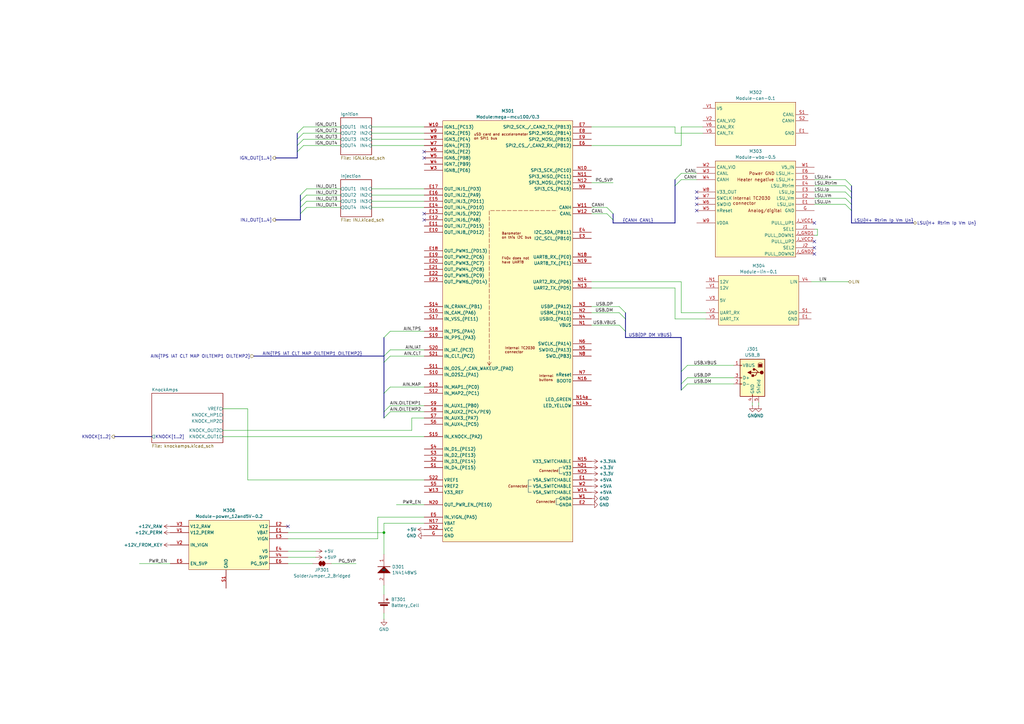
<source format=kicad_sch>
(kicad_sch (version 20231120) (generator "eeschema") (generator_version "8.0")
  (paper "A3")
  (lib_symbols
    (symbol "Device:Battery_Cell" (pin_numbers hide) (pin_names (offset 0) hide)
      (property "Reference" "BT" (at 2.54 2.54 0))
      (property "Value" "Battery_Cell" (at 2.54 0 0))
      (symbol "Battery_Cell_0_1"
        (rectangle (start -2.286 1.778) (end 2.286 1.524) (fill (type outline)))
        (rectangle (start -1.524 1.016) (end 1.524 0.508) (fill (type outline)))
        (polyline (pts (xy 0 0.762) (xy 0 0)))
        (polyline (pts (xy 0 1.778) (xy 0 2.54)))
        (polyline (pts (xy 0.762 3.048) (xy 1.778 3.048)) (stroke (width 0.254)))
        (polyline (pts (xy 1.27 3.556) (xy 1.27 2.54)) (stroke (width 0.254)))
      )
      (symbol "Battery_Cell_1_1"
        (pin passive line (at 0 5.08 270) (length 2.54) (name "+") (number "1"))
        (pin passive line (at 0 -2.54 90) (length 2.54) (name "-") (number "2"))
      )
    )
    (symbol "Jumper:SolderJumper_2_Bridged" (pin_numbers hide) (pin_names (offset 0) hide) (exclude_from_sim yes) (in_bom no)
      (property "Reference" "JP" (at 0 2.032 0))
      (property "Value" "SolderJumper_2_Bridged" (at 0 -2.54 0))
      (symbol "SolderJumper_2_Bridged_0_1"
        (rectangle (start -0.508 0.508) (end 0.508 -0.508) (fill (type outline)))
        (arc (start -0.254 1.016) (mid -1.2656 0) (end -0.254 -1.016))
        (arc (start -0.254 1.016) (mid -1.2656 0) (end -0.254 -1.016) (fill (type outline)))
        (polyline (pts (xy -0.254 1.016) (xy -0.254 -1.016)))
        (polyline (pts (xy 0.254 1.016) (xy 0.254 -1.016)))
        (arc (start 0.254 -1.016) (mid 1.2656 0) (end 0.254 1.016))
        (arc (start 0.254 -1.016) (mid 1.2656 0) (end 0.254 1.016) (fill (type outline)))
      )
      (symbol "SolderJumper_2_Bridged_1_1"
        (pin passive line (at -3.81 0 0) (length 2.54) (name "A") (number "1"))
        (pin passive line (at 3.81 0 180) (length 2.54) (name "B") (number "2"))
      )
    )
    (symbol "hellen-one-can-0.1:Module-can-0.1"
      (property "Reference" "M" (at 0 0 0))
      (property "Value" "Module-can-0.1" (at 0 0 0))
      (symbol "Module-can-0.1_1_0"
        (rectangle (start 33.02 0) (end 0 -17.78) (fill (type background)))
        (pin passive line (at 38.1 -12.7 180) (length 5.08) (name "GND") (number "E1"))
        (pin passive line (at 38.1 -5.08 180) (length 5.08) (name "CANL") (number "S1"))
        (pin passive line (at 38.1 -7.62 180) (length 5.08) (name "CANH") (number "S2"))
        (pin passive line (at -5.08 -2.54 0) (length 5.08) (name "V5") (number "V1"))
        (pin passive line (at -5.08 -7.62 0) (length 5.08) (name "CAN_VIO") (number "V2"))
        (pin passive line (at -5.08 -12.7 0) (length 5.08) (name "CAN_TX") (number "V5"))
        (pin passive line (at -5.08 -10.16 0) (length 5.08) (name "CAN_RX") (number "V6"))
      )
    )
    (symbol "hellen-one-common:+12V_PERM" (power) (pin_names (offset 0))
      (property "Value" "+12V_PERM" (at 0 3.556 0))
      (symbol "+12V_PERM_0_1"
        (polyline (pts (xy -0.762 1.27) (xy 0 2.54)))
        (polyline (pts (xy 0 0) (xy 0 2.54)))
        (polyline (pts (xy 0 2.54) (xy 0.762 1.27)))
      )
      (symbol "+12V_PERM_1_1"
        (pin power_in line (at 0 0 90) (length 0) hide (name "+12V_PERM") (number "1"))
      )
    )
    (symbol "hellen-one-common:+12V_RAW" (power) (pin_names (offset 0))
      (property "Value" "+12V_RAW" (at 0 3.556 0))
      (symbol "+12V_RAW_0_1"
        (polyline (pts (xy -0.762 1.27) (xy 0 2.54)))
        (polyline (pts (xy 0 0) (xy 0 2.54)))
        (polyline (pts (xy 0 2.54) (xy 0.762 1.27)))
      )
      (symbol "+12V_RAW_1_1"
        (pin power_in line (at 0 0 90) (length 0) hide (name "+12V_RAW") (number "1"))
      )
    )
    (symbol "hellen-one-common:1N4148WS"
      (property "Reference" "D" (at 0 2.54 0))
      (property "Value" "1N4148WS" (at 0 -3.81 0))
      (symbol "1N4148WS_1_0"
        (polyline (pts (xy 2.54 2.54) (xy 2.54 -2.54)) (stroke (width 0.254)))
        (polyline (pts (xy 0 -2.54) (xy 2.54 0) (xy 0 2.54) (xy 0 -2.54)) (stroke (width 0.254)) (fill (type outline)))
        (pin passive line (at 7.62 0 180) (length 5.08) (name "K") (number "1"))
        (pin passive line (at -5.08 0 0) (length 5.08) (name "A") (number "2"))
      )
    )
    (symbol "hellen-one-lin-0.1:Module-lin-0.1"
      (property "Reference" "M" (at 0 0 0))
      (property "Value" "Module-lin-0.1" (at 0 0 0))
      (symbol "Module-lin-0.1_1_0"
        (rectangle (start 33.02 0) (end 0 -20.32) (fill (type background)))
        (pin passive line (at 38.1 -17.78 180) (length 5.08) (name "GND") (number "E1"))
        (pin passive line (at -5.08 -2.54 0) (length 5.08) (name "12V") (number "N1"))
        (pin passive line (at 38.1 -15.24 180) (length 5.08) (name "GND") (number "S1"))
        (pin passive line (at -5.08 -5.08 0) (length 5.08) (name "12V") (number "V1"))
        (pin passive line (at -5.08 -15.24 0) (length 5.08) (name "UART_RX") (number "V2"))
        (pin passive line (at -5.08 -10.16 0) (length 5.08) (name "5V") (number "V3"))
        (pin passive line (at 38.1 -2.54 180) (length 5.08) (name "LIN") (number "V4"))
        (pin passive line (at -5.08 -17.78 0) (length 5.08) (name "UART_TX") (number "V5"))
      )
    )
    (symbol "hellen-one-mega-mcu100-0.3:Module{colon}mega-mcu100/0.3"
      (property "Reference" "M100" (at 7.62 2.54 0))
      (property "Value" "Module:mega-mcu100/0.3" (at 7.62 -172.72 0))
      (symbol "Module{colon}mega-mcu100/0.3_1_0"
        (polyline (pts (xy 26.67 -97.79) (xy 25.908 -96.52)))
        (polyline (pts (xy 26.67 -97.79) (xy 27.432 -96.52)))
        (polyline (pts (xy 26.67 -97.79) (xy 26.67 -34.29) (xy 54.61 -34.29)) (stroke (width 0) (type dash)))
        (polyline (pts (xy 42.672 -147.32) (xy 43.942 -147.32) (xy 43.942 -147.32) (xy 43.942 -147.32)) (stroke (width 0) (color 7 55 99 1)))
        (polyline (pts (xy 43.942 -144.78) (xy 42.672 -144.78) (xy 42.672 -149.86) (xy 43.942 -149.86)) (stroke (width 0) (color 7 55 99 1)))
        (polyline (pts (xy 55.372 -152.4) (xy 54.102 -152.4) (xy 54.102 -154.94) (xy 55.372 -154.94)) (stroke (width 0) (color 7 55 99 1)))
        (polyline (pts (xy 56.642 -139.7) (xy 55.372 -139.7) (xy 55.372 -142.24) (xy 56.642 -142.24)) (stroke (width 0) (color 7 55 99 1)))
        (rectangle (start 7.62 2.54) (end 60.96 -170.18) (fill (type background)))
        (text "Barometer\non this I2C bus" (at 31.75 -44.45 0) (effects (font (size 1.016 1.016)) (justify left)))
        (text "Connected" (at 34.29 -147.32 0) (effects (font (size 1.016 1.016) (italic yes)) (justify left)))
        (text "Connected" (at 45.72 -153.67 0) (effects (font (size 1.016 1.016) (italic yes)) (justify left)))
        (text "Connected" (at 46.99 -140.97 0) (effects (font (size 1.016 1.016) (italic yes)) (justify left)))
        (text "F40x does not\nhave UART8" (at 31.75 -54.61 0) (effects (font (size 1.016 1.016)) (justify left)))
        (text "Internal\nbuttons" (at 46.99 -102.87 0) (effects (font (size 1.016 1.016)) (justify left)))
        (text "Internal TC2030\nconnector" (at 33.02 -91.44 0) (effects (font (size 1.016 1.016)) (justify left)))
        (text "uSD card and accelerometer \non SPI1 bus" (at 20.32 -3.81 0) (effects (font (size 1.016 1.016)) (justify left)))
        (pin passive line (at 68.58 -144.78 180) (length 7.62) (name "V5A_SWITCHABLE") (number "E1"))
        (pin passive line (at 0 -43.18 0) (length 7.62) (name "OUT_INJ8_(PD12)") (number "E10"))
        (pin passive line (at 0 -40.64 0) (length 7.62) (name "OUT_INJ7_(PD15)") (number "E11"))
        (pin passive line (at 0 -38.1 0) (length 7.62) (name "OUT_INJ6_(PA8)") (number "E12"))
        (pin passive line (at 0 -35.56 0) (length 7.62) (name "OUT_INJ5_(PD2)") (number "E13"))
        (pin passive line (at 0 -33.02 0) (length 7.62) (name "OUT_INJ4_(PD10)") (number "E14"))
        (pin passive line (at 0 -30.48 0) (length 7.62) (name "OUT_INJ3_(PD11)") (number "E15"))
        (pin passive line (at 0 -27.94 0) (length 7.62) (name "OUT_INJ2_(PA9)") (number "E16"))
        (pin passive line (at 0 -25.4 0) (length 7.62) (name "OUT_INJ1_(PD3)") (number "E17"))
        (pin passive line (at 0 -50.8 0) (length 7.62) (name "OUT_PWM1_(PD13)") (number "E18"))
        (pin passive line (at 0 -53.34 0) (length 7.62) (name "OUT_PWM2_(PC6)") (number "E19"))
        (pin passive line (at 68.58 -154.94 180) (length 7.62) (name "GNDA") (number "E2"))
        (pin passive line (at 0 -55.88 0) (length 7.62) (name "OUT_PWM3_(PC7)") (number "E20"))
        (pin passive line (at 0 -58.42 0) (length 7.62) (name "OUT_PWM4_(PC8)") (number "E21"))
        (pin passive line (at 0 -60.96 0) (length 7.62) (name "OUT_PWM5_(PC9)") (number "E22"))
        (pin passive line (at 0 -63.5 0) (length 7.62) (name "OUT_PWM6_(PD14)") (number "E23"))
        (pin passive line (at 68.58 -45.72 180) (length 7.62) (name "I2C_SCL_(PB10)") (number "E3"))
        (pin passive line (at 68.58 -43.18 180) (length 7.62) (name "I2C_SDA_(PB11)") (number "E4"))
        (pin passive line (at 0 -160.02 0) (length 7.62) (name "IN_VIGN_(PA5)") (number "E5"))
        (pin passive line (at 68.58 -7.62 180) (length 7.62) (name "SPI2_CS_/_CAN2_RX_(PB12)") (number "E6"))
        (pin passive line (at 68.58 0 180) (length 7.62) (name "SPI2_SCK_/_CAN2_TX_(PB13)") (number "E7"))
        (pin passive line (at 68.58 -2.54 180) (length 7.62) (name "SPI2_MISO_(PB14)") (number "E8"))
        (pin passive line (at 68.58 -5.08 180) (length 7.62) (name "SPI2_MOSI_(PB15)") (number "E9"))
        (pin passive line (at 0 -167.64 0) (length 7.62) (name "GND") (number "G"))
        (pin passive line (at 68.58 -81.28 180) (length 7.62) (name "VBUS") (number "N1"))
        (pin passive line (at 68.58 -17.78 180) (length 7.62) (name "SPI3_SCK_(PC10)") (number "N10"))
        (pin passive line (at 68.58 -20.32 180) (length 7.62) (name "SPI3_MISO_(PC11)") (number "N11"))
        (pin passive line (at 68.58 -22.86 180) (length 7.62) (name "SPI3_MOSI_(PC12)") (number "N12"))
        (pin passive line (at 68.58 -66.04 180) (length 7.62) (name "UART2_TX_(PD5)") (number "N13"))
        (pin passive line (at 68.58 -63.5 180) (length 7.62) (name "UART2_RX_(PD6)") (number "N14"))
        (pin passive line (at 68.58 -111.76 180) (length 7.62) (name "LED_GREEN") (number "N14a"))
        (pin passive line (at 68.58 -114.3 180) (length 7.62) (name "LED_YELLOW") (number "N14b"))
        (pin passive line (at 68.58 -137.16 180) (length 7.62) (name "V33_SWITCHABLE") (number "N15"))
        (pin passive line (at 68.58 -104.14 180) (length 7.62) (name "BOOT0") (number "N16"))
        (pin passive line (at 0 -162.56 0) (length 7.62) (name "VBAT") (number "N17"))
        (pin passive line (at 68.58 -53.34 180) (length 7.62) (name "UART8_RX_(PE0)") (number "N18"))
        (pin passive line (at 68.58 -55.88 180) (length 7.62) (name "UART8_TX_(PE1)") (number "N19"))
        (pin passive line (at 68.58 -76.2 180) (length 7.62) (name "USBM_(PA11)") (number "N2"))
        (pin passive line (at 0 -154.94 0) (length 7.62) (name "OUT_PWR_EN_(PE10)") (number "N20"))
        (pin passive line (at 68.58 -139.7 180) (length 7.62) (name "V33") (number "N21"))
        (pin passive line (at 0 -165.1 0) (length 7.62) (name "VCC") (number "N22"))
        (pin passive line (at 68.58 -142.24 180) (length 7.62) (name "V33") (number "N23"))
        (pin passive line (at 68.58 -73.66 180) (length 7.62) (name "USBP_(PA12)") (number "N3"))
        (pin passive line (at 68.58 -78.74 180) (length 7.62) (name "USBID_(PA10)") (number "N4"))
        (pin passive line (at 68.58 -91.44 180) (length 7.62) (name "SWDIO_(PA13)") (number "N5"))
        (pin passive line (at 68.58 -88.9 180) (length 7.62) (name "SWCLK_(PA14)") (number "N6"))
        (pin passive line (at 68.58 -101.6 180) (length 7.62) (name "nReset") (number "N7"))
        (pin passive line (at 68.58 -93.98 180) (length 7.62) (name "SWO_(PB3)") (number "N8"))
        (pin passive line (at 68.58 -25.4 180) (length 7.62) (name "SPI3_CS_(PA15)") (number "N9"))
        (pin passive line (at 0 -139.7 0) (length 7.62) (name "IN_D4_(PE15)") (number "S1"))
        (pin passive line (at 0 -101.6 0) (length 7.62) (name "IN_O2S2_(PA1)") (number "S10"))
        (pin passive line (at 0 -99.06 0) (length 7.62) (name "IN_O2S_/_CAN_WAKEUP_(PA0)") (number "S11"))
        (pin passive line (at 0 -109.22 0) (length 7.62) (name "IN_MAP2_(PC1)") (number "S12"))
        (pin passive line (at 0 -106.68 0) (length 7.62) (name "IN_MAP1_(PC0)") (number "S13"))
        (pin passive line (at 0 -73.66 0) (length 7.62) (name "IN_CRANK_(PB1)") (number "S14"))
        (pin passive line (at 0 -127 0) (length 7.62) (name "IN_KNOCK_(PA2)") (number "S15"))
        (pin passive line (at 0 -76.2 0) (length 7.62) (name "IN_CAM_(PA6)") (number "S16"))
        (pin passive line (at 0 -78.74 0) (length 7.62) (name "IN_VSS_(PE11)") (number "S17"))
        (pin passive line (at 0 -83.82 0) (length 7.62) (name "IN_TPS_(PA4)") (number "S18"))
        (pin passive line (at 0 -86.36 0) (length 7.62) (name "IN_PPS_(PA3)") (number "S19"))
        (pin passive line (at 0 -137.16 0) (length 7.62) (name "IN_D3_(PE14)") (number "S2"))
        (pin passive line (at 0 -91.44 0) (length 7.62) (name "IN_IAT_(PC3)") (number "S20"))
        (pin passive line (at 0 -93.98 0) (length 7.62) (name "IN_CLT_(PC2)") (number "S21"))
        (pin passive line (at 0 -144.78 0) (length 7.62) (name "VREF1") (number "S22"))
        (pin passive line (at 0 -134.62 0) (length 7.62) (name "IN_D2_(PE13)") (number "S3"))
        (pin passive line (at 0 -132.08 0) (length 7.62) (name "IN_D1_(PE12)") (number "S4"))
        (pin passive line (at 0 -147.32 0) (length 7.62) (name "VREF2") (number "S5"))
        (pin passive line (at 0 -121.92 0) (length 7.62) (name "IN_AUX4_(PC5)") (number "S6"))
        (pin passive line (at 0 -119.38 0) (length 7.62) (name "IN_AUX3_(PA7)") (number "S7"))
        (pin passive line (at 0 -116.84 0) (length 7.62) (name "IN_AUX2_(PC4/PE9)") (number "S8"))
        (pin passive line (at 0 -114.3 0) (length 7.62) (name "IN_AUX1_(PB0)") (number "S9"))
        (pin passive line (at 68.58 -152.4 180) (length 7.62) (name "GNDA") (number "W1"))
        (pin passive line (at 0 0 0) (length 7.62) (name "IGN1_(PC13)") (number "W10"))
        (pin passive line (at 68.58 -33.02 180) (length 7.62) (name "CANH") (number "W11"))
        (pin passive line (at 68.58 -35.56 180) (length 7.62) (name "CANL") (number "W12"))
        (pin passive line (at 0 -149.86 0) (length 7.62) (name "V33_REF") (number "W13"))
        (pin passive line (at 68.58 -149.86 180) (length 7.62) (name "V5A_SWITCHABLE") (number "W14"))
        (pin passive line (at 68.58 -147.32 180) (length 7.62) (name "V5A_SWITCHABLE") (number "W2"))
        (pin passive line (at 0 -17.78 0) (length 7.62) (name "IGN8_(PE6)") (number "W3"))
        (pin passive line (at 0 -15.24 0) (length 7.62) (name "IGN7_(PB9)") (number "W4"))
        (pin passive line (at 0 -12.7 0) (length 7.62) (name "IGN6_(PB8)") (number "W5"))
        (pin passive line (at 0 -10.16 0) (length 7.62) (name "IGN5_(PE2)") (number "W6"))
        (pin passive line (at 0 -7.62 0) (length 7.62) (name "IGN4_(PE3)") (number "W7"))
        (pin passive line (at 0 -5.08 0) (length 7.62) (name "IGN3_(PE4)") (number "W8"))
        (pin passive line (at 0 -2.54 0) (length 7.62) (name "IGN2_(PE5)") (number "W9"))
      )
    )
    (symbol "hellen-one-power_12and5V:Module-power_12and5V-0.2"
      (property "Reference" "M" (at 1.27 1.27 0))
      (property "Value" "Module-power_12and5V-0.2" (at -1.27 3.81 0))
      (symbol "Module-power_12and5V-0.2_1_0"
        (rectangle (start 33.02 0) (end 0 -20.32) (fill (type background)))
        (pin passive line (at 40.64 -5.08 180) (length 7.62) (name "VBAT") (number "E1"))
        (pin passive line (at 40.64 -2.54 180) (length 7.62) (name "V12") (number "E2"))
        (pin passive line (at 40.64 -7.62 180) (length 7.62) (name "VIGN") (number "E3"))
        (pin passive line (at 40.64 -12.7 180) (length 7.62) (name "V5") (number "E4"))
        (pin passive line (at -7.62 -17.78 0) (length 7.62) (name "EN_5VP") (number "E5"))
        (pin passive line (at 40.64 -17.78 180) (length 7.62) (name "PG_5VP") (number "E6"))
        (pin passive line (at 15.24 -27.94 90) (length 7.62) (name "GND") (number "S1"))
        (pin passive line (at -7.62 -5.08 0) (length 7.62) (name "V12_PERM") (number "V1"))
        (pin passive line (at -7.62 -10.16 0) (length 7.62) (name "IN_VIGN") (number "V2"))
        (pin passive line (at -7.62 -2.54 0) (length 7.62) (name "V12_RAW") (number "V3"))
        (pin passive line (at 40.64 -15.24 180) (length 7.62) (name "5VP") (number "V4"))
      )
    )
    (symbol "hellen-one-wbo-0.5:Module-wbo-0.5"
      (property "Reference" "M" (at 1.27 1.27 0))
      (property "Value" "Module-wbo-0.5" (at 8.89 -40.64 0))
      (symbol "Module-wbo-0.5_0_0"
        (text "Analog/digital" (at 20.32 -20.32 0) (effects (font (size 1.27 1.27))))
        (text "Heater negative" (at 16.51 -7.62 0) (effects (font (size 1.27 1.27))))
        (text "Power GND" (at 19.05 -5.08 0) (effects (font (size 1.27 1.27))))
      )
      (symbol "Module-wbo-0.5_1_0"
        (rectangle (start 0 0) (end 33.02 -39.37) (fill (type background)))
        (text "Internal TC2030\nconnector" (at 7.1222 -16.2666 0) (effects (font (size 1.27 1.27)) (justify left)))
        (pin passive line (at 40.64 -17.78 180) (length 7.62) (name "LSU_Un") (number "E1"))
        (pin passive line (at 40.64 -15.24 180) (length 7.62) (name "LSU_Vm") (number "E2"))
        (pin passive line (at 40.64 -12.7 180) (length 7.62) (name "LSU_Ip") (number "E3"))
        (pin passive line (at 40.64 -10.16 180) (length 7.62) (name "LSU_Rtrim") (number "E4"))
        (pin passive line (at 40.64 -7.62 180) (length 7.62) (name "LSU_H+") (number "E5"))
        (pin passive line (at 40.64 -5.08 180) (length 7.62) (name "LSU_H-") (number "E6"))
        (pin passive line (at 40.64 -20.32 180) (length 7.62) (name "GND") (number "G"))
        (pin passive line (at 40.64 -27.94 180) (length 7.62) (name "SEL1") (number "J1"))
        (pin passive line (at 40.64 -35.56 180) (length 7.62) (name "SEL2") (number "J2"))
        (pin passive line (at 40.64 -30.48 180) (length 7.62) (name "PULL_DOWN1") (number "J_GND1"))
        (pin passive line (at 40.64 -38.1 180) (length 7.62) (name "PULL_DOWN2") (number "J_GND2"))
        (pin passive line (at 40.64 -25.4 180) (length 7.62) (name "PULL_UP1") (number "J_VCC1"))
        (pin passive line (at 40.64 -33.02 180) (length 7.62) (name "PULL_UP2") (number "J_VCC2"))
        (pin passive line (at 40.64 -2.54 180) (length 7.62) (name "V5_IN") (number "W1"))
        (pin passive line (at -7.62 -2.54 0) (length 7.62) (name "CAN_VIO") (number "W2"))
        (pin passive line (at -7.62 -5.08 0) (length 7.62) (name "CANL") (number "W3"))
        (pin passive line (at -7.62 -7.62 0) (length 7.62) (name "CANH") (number "W4"))
        (pin passive line (at -7.62 -20.32 0) (length 7.62) (name "nReset") (number "W5"))
        (pin passive line (at -7.62 -17.78 0) (length 7.62) (name "SWDIO") (number "W6"))
        (pin passive line (at -7.62 -15.24 0) (length 7.62) (name "SWCLK") (number "W7"))
        (pin passive line (at -7.62 -12.7 0) (length 7.62) (name "V33_OUT") (number "W8"))
        (pin passive line (at -7.62 -25.4 0) (length 7.62) (name "VDDA") (number "W9"))
      )
    )
    (symbol "misc:+12V_FROM_KEY" (power) (pin_names (offset 0))
      (property "Value" "+12V_FROM_KEY" (at 0 3.556 0))
      (symbol "+12V_FROM_KEY_0_1"
        (polyline (pts (xy -0.762 1.27) (xy 0 2.54)))
        (polyline (pts (xy 0 0) (xy 0 2.54)))
        (polyline (pts (xy 0 2.54) (xy 0.762 1.27)))
      )
      (symbol "+12V_FROM_KEY_1_1"
        (pin power_in line (at 0 0 90) (length 0) hide (name "+12V_FROM_KEY") (number "1"))
      )
    )
    (symbol "misc:USB_B" (pin_names (offset 1.016))
      (property "Reference" "J" (at -5.08 11.43 0))
      (property "Value" "USB_B" (at -5.08 8.89 0))
      (symbol "USB_B_0_1"
        (rectangle (start -5.08 -7.62) (end 5.08 7.62) (stroke (width 0.254)) (fill (type background)))
        (circle (center -3.81 2.159) (radius 0.635) (stroke (width 0.254)) (fill (type outline)))
        (rectangle (start -3.81 5.588) (end -2.54 4.572) (fill (type outline)))
        (circle (center -0.635 3.429) (radius 0.381) (stroke (width 0.254)) (fill (type outline)))
        (rectangle (start -0.127 -7.62) (end 0.127 -6.858))
        (polyline (pts (xy -1.905 2.159) (xy 0.635 2.159)) (stroke (width 0.254)))
        (polyline (pts (xy -3.175 2.159) (xy -2.54 2.159) (xy -1.27 3.429) (xy -0.635 3.429)) (stroke (width 0.254)))
        (polyline (pts (xy -2.54 2.159) (xy -1.905 2.159) (xy -1.27 0.889) (xy 0 0.889)) (stroke (width 0.254)))
        (polyline (pts (xy 0.635 2.794) (xy 0.635 1.524) (xy 1.905 2.159) (xy 0.635 2.794)) (stroke (width 0.254)) (fill (type outline)))
        (polyline (pts (xy -4.064 4.318) (xy -2.286 4.318) (xy -2.286 5.715) (xy -2.667 6.096) (xy -3.683 6.096) (xy -4.064 5.715) (xy -4.064 4.318)))
        (rectangle (start 0.254 1.27) (end -0.508 0.508) (stroke (width 0.254)) (fill (type outline)))
        (rectangle (start 5.08 -2.667) (end 4.318 -2.413))
        (rectangle (start 5.08 -0.127) (end 4.318 0.127))
        (rectangle (start 5.08 4.953) (end 4.318 5.207))
      )
      (symbol "USB_B_1_1"
        (pin power_out line (at 7.62 5.08 180) (length 2.54) (name "VBUS") (number "1"))
        (pin bidirectional line (at 7.62 -2.54 180) (length 2.54) (name "D-") (number "2"))
        (pin bidirectional line (at 7.62 0 180) (length 2.54) (name "D+") (number "3"))
        (pin power_out line (at 0 -10.16 90) (length 2.54) (name "GND") (number "4"))
        (pin passive line (at -2.54 -10.16 90) (length 2.54) (name "Shield") (number "5"))
      )
    )
    (symbol "power:+3.3V" (power) (pin_numbers hide) (pin_names (offset 0) hide)
      (property "Value" "+3.3V" (at 0 3.556 0))
      (symbol "+3.3V_0_1"
        (polyline (pts (xy -0.762 1.27) (xy 0 2.54)))
        (polyline (pts (xy 0 0) (xy 0 2.54)))
        (polyline (pts (xy 0 2.54) (xy 0.762 1.27)))
      )
      (symbol "+3.3V_1_1"
        (pin power_in line (at 0 0 90) (length 0) (name "~") (number "1"))
      )
    )
    (symbol "power:+3.3VA" (power) (pin_numbers hide) (pin_names (offset 0) hide)
      (property "Value" "+3.3VA" (at 0 3.556 0))
      (symbol "+3.3VA_0_1"
        (polyline (pts (xy -0.762 1.27) (xy 0 2.54)))
        (polyline (pts (xy 0 0) (xy 0 2.54)))
        (polyline (pts (xy 0 2.54) (xy 0.762 1.27)))
      )
      (symbol "+3.3VA_1_1"
        (pin power_in line (at 0 0 90) (length 0) (name "~") (number "1"))
      )
    )
    (symbol "power:+5V" (power) (pin_numbers hide) (pin_names (offset 0) hide)
      (property "Value" "+5V" (at 0 3.556 0))
      (symbol "+5V_0_1"
        (polyline (pts (xy -0.762 1.27) (xy 0 2.54)))
        (polyline (pts (xy 0 0) (xy 0 2.54)))
        (polyline (pts (xy 0 2.54) (xy 0.762 1.27)))
      )
      (symbol "+5V_1_1"
        (pin power_in line (at 0 0 90) (length 0) (name "~") (number "1"))
      )
    )
    (symbol "power:+5VA" (power) (pin_numbers hide) (pin_names (offset 0) hide)
      (property "Value" "+5VA" (at 0 3.556 0))
      (symbol "+5VA_0_1"
        (polyline (pts (xy -0.762 1.27) (xy 0 2.54)))
        (polyline (pts (xy 0 0) (xy 0 2.54)))
        (polyline (pts (xy 0 2.54) (xy 0.762 1.27)))
      )
      (symbol "+5VA_1_1"
        (pin power_in line (at 0 0 90) (length 0) (name "~") (number "1"))
      )
    )
    (symbol "power:+5VP" (power) (pin_numbers hide) (pin_names (offset 0) hide)
      (property "Value" "+5VP" (at 0 3.556 0))
      (symbol "+5VP_0_1"
        (polyline (pts (xy -0.762 1.27) (xy 0 2.54)))
        (polyline (pts (xy 0 0) (xy 0 2.54)))
        (polyline (pts (xy 0 2.54) (xy 0.762 1.27)))
      )
      (symbol "+5VP_1_1"
        (pin power_in line (at 0 0 90) (length 0) (name "~") (number "1"))
      )
    )
    (symbol "power:GND" (power) (pin_numbers hide) (pin_names (offset 0) hide)
      (property "Value" "GND" (at 0 -3.81 0))
      (symbol "GND_0_1"
        (polyline (pts (xy 0 0) (xy 0 -1.27) (xy 1.27 -1.27) (xy 0 -2.54) (xy -1.27 -1.27) (xy 0 -1.27)))
      )
      (symbol "GND_1_1"
        (pin power_in line (at 0 0 270) (length 0) (name "~") (number "1"))
      )
    )
  )
  (junction (at 157.48 218.44))
  (no_connect (at 173.99 90.17))
  (no_connect (at 173.99 87.63))
  (no_connect (at 173.99 64.77))
  (no_connect (at 334.01 99.06))
  (no_connect (at 285.75 78.74))
  (no_connect (at 334.01 91.44))
  (no_connect (at 285.75 86.36))
  (no_connect (at 334.01 101.6))
  (no_connect (at 285.75 81.28))
  (no_connect (at 118.11 215.9))
  (no_connect (at 285.75 83.82))
  (no_connect (at 173.99 62.23))
  (no_connect (at 334.01 104.14))
  (bus_entry (at 157.48 171.45) (size 2.54 -2.54))
  (bus_entry (at 254 125.73) (size 2.54 2.54))
  (bus_entry (at 157.48 161.29) (size 2.54 -2.54))
  (bus_entry (at 254 128.27) (size 2.54 2.54))
  (bus_entry (at 157.48 168.91) (size 2.54 -2.54))
  (bus_entry (at 124.46 54.61) (size -2.54 2.54))
  (bus_entry (at 124.46 52.07) (size -2.54 2.54))
  (bus_entry (at 279.4 73.66) (size -2.54 2.54))
  (bus_entry (at 157.48 138.43) (size 2.54 -2.54))
  (bus_entry (at 248.92 85.09) (size 2.54 2.54))
  (bus_entry (at 349.25 81.28) (size -2.54 -2.54))
  (bus_entry (at 157.48 148.59) (size 2.54 -2.54))
  (bus_entry (at 124.46 59.69) (size -2.54 2.54))
  (bus_entry (at 254 133.35) (size 2.54 2.54))
  (bus_entry (at 349.25 78.74) (size -2.54 -2.54))
  (bus_entry (at 125.73 82.55) (size -2.54 2.54))
  (bus_entry (at 349.25 86.36) (size -2.54 -2.54))
  (bus_entry (at 157.48 146.05) (size 2.54 -2.54))
  (bus_entry (at 125.73 85.09) (size -2.54 2.54))
  (bus_entry (at 124.46 57.15) (size -2.54 2.54))
  (bus_entry (at 125.73 80.01) (size -2.54 2.54))
  (bus_entry (at 279.4 157.48) (size 2.54 -2.54))
  (bus_entry (at 279.4 152.4) (size 2.54 -2.54))
  (bus_entry (at 279.4 160.02) (size 2.54 -2.54))
  (bus_entry (at 279.4 71.12) (size -2.54 2.54))
  (bus_entry (at 349.25 83.82) (size -2.54 -2.54))
  (bus_entry (at 349.25 76.2) (size -2.54 -2.54))
  (bus_entry (at 248.92 87.63) (size 2.54 2.54))
  (bus_entry (at 125.73 77.47) (size -2.54 2.54))
  (wire (pts (xy 154.94 212.09) (xy 154.94 220.98)))
  (wire (pts (xy 152.4 77.47) (xy 173.99 77.47)))
  (wire (pts (xy 157.48 240.03) (xy 157.48 243.84)))
  (wire (pts (xy 157.48 218.44) (xy 157.48 214.63)))
  (wire (pts (xy 57.15 231.14) (xy 69.85 231.14)))
  (wire (pts (xy 334.01 76.2) (xy 346.71 76.2)))
  (bus (pts (xy 104.14 146.05) (xy 157.48 146.05)))
  (bus (pts (xy 157.48 161.29) (xy 157.48 168.91)))
  (bus (pts (xy 279.4 138.43) (xy 279.4 152.4)))
  (wire (pts (xy 346.71 73.66) (xy 334.01 73.66)))
  (wire (pts (xy 152.4 57.15) (xy 173.99 57.15)))
  (wire (pts (xy 160.02 143.51) (xy 173.99 143.51)))
  (wire (pts (xy 279.4 52.07) (xy 288.29 52.07)))
  (wire (pts (xy 152.4 80.01) (xy 173.99 80.01)))
  (bus (pts (xy 157.48 168.91) (xy 157.48 171.45)))
  (bus (pts (xy 349.25 78.74) (xy 349.25 81.28)))
  (wire (pts (xy 334.01 83.82) (xy 346.71 83.82)))
  (wire (pts (xy 276.86 54.61) (xy 288.29 54.61)))
  (wire (pts (xy 157.48 218.44) (xy 157.48 227.33)))
  (wire (pts (xy 118.11 228.6) (xy 129.54 228.6)))
  (wire (pts (xy 124.46 52.07) (xy 139.7 52.07)))
  (wire (pts (xy 152.4 82.55) (xy 173.99 82.55)))
  (wire (pts (xy 160.02 146.05) (xy 173.99 146.05)))
  (wire (pts (xy 152.4 59.69) (xy 173.99 59.69)))
  (wire (pts (xy 124.46 54.61) (xy 139.7 54.61)))
  (bus (pts (xy 279.4 152.4) (xy 279.4 157.48)))
  (bus (pts (xy 251.46 91.44) (xy 276.86 91.44)))
  (wire (pts (xy 91.44 176.53) (xy 168.91 176.53)))
  (bus (pts (xy 256.54 128.27) (xy 256.54 130.81)))
  (wire (pts (xy 125.73 77.47) (xy 139.7 77.47)))
  (bus (pts (xy 121.92 59.69) (xy 121.92 62.23)))
  (wire (pts (xy 242.57 115.57) (xy 279.4 115.57)))
  (wire (pts (xy 242.57 133.35) (xy 254 133.35)))
  (wire (pts (xy 242.57 52.07) (xy 276.86 52.07)))
  (wire (pts (xy 162.56 207.01) (xy 173.99 207.01)))
  (wire (pts (xy 168.91 171.45) (xy 168.91 176.53)))
  (bus (pts (xy 121.92 62.23) (xy 121.92 64.77)))
  (wire (pts (xy 308.61 166.37) (xy 308.61 165.1)))
  (wire (pts (xy 334.01 96.52) (xy 335.28 96.52)))
  (bus (pts (xy 279.4 157.48) (xy 279.4 160.02)))
  (wire (pts (xy 281.94 157.48) (xy 300.99 157.48)))
  (wire (pts (xy 157.48 214.63) (xy 173.99 214.63)))
  (wire (pts (xy 152.4 85.09) (xy 173.99 85.09)))
  (bus (pts (xy 256.54 135.89) (xy 256.54 138.43)))
  (wire (pts (xy 276.86 52.07) (xy 276.86 54.61)))
  (bus (pts (xy 276.86 73.66) (xy 276.86 76.2)))
  (bus (pts (xy 123.19 82.55) (xy 123.19 85.09)))
  (wire (pts (xy 118.11 220.98) (xy 154.94 220.98)))
  (wire (pts (xy 152.4 52.07) (xy 173.99 52.07)))
  (wire (pts (xy 242.57 125.73) (xy 254 125.73)))
  (bus (pts (xy 157.48 148.59) (xy 157.48 161.29)))
  (wire (pts (xy 332.74 115.57) (xy 347.98 115.57)))
  (wire (pts (xy 124.46 59.69) (xy 139.7 59.69)))
  (wire (pts (xy 242.57 74.93) (xy 251.46 74.93)))
  (wire (pts (xy 173.99 196.85) (xy 101.6 196.85)))
  (wire (pts (xy 152.4 54.61) (xy 173.99 54.61)))
  (bus (pts (xy 349.25 91.44) (xy 374.65 91.44)))
  (bus (pts (xy 113.03 64.77) (xy 121.92 64.77)))
  (wire (pts (xy 101.6 167.64) (xy 91.44 167.64)))
  (bus (pts (xy 256.54 138.43) (xy 279.4 138.43)))
  (wire (pts (xy 160.02 166.37) (xy 173.99 166.37)))
  (bus (pts (xy 123.19 85.09) (xy 123.19 87.63)))
  (wire (pts (xy 135.89 231.14) (xy 146.05 231.14)))
  (wire (pts (xy 334.01 81.28) (xy 346.71 81.28)))
  (wire (pts (xy 125.73 85.09) (xy 139.7 85.09)))
  (wire (pts (xy 276.86 118.11) (xy 242.57 118.11)))
  (wire (pts (xy 242.57 59.69) (xy 279.4 59.69)))
  (wire (pts (xy 118.11 226.06) (xy 129.54 226.06)))
  (wire (pts (xy 157.48 251.46) (xy 157.48 254)))
  (wire (pts (xy 125.73 82.55) (xy 139.7 82.55)))
  (bus (pts (xy 157.48 138.43) (xy 157.48 146.05)))
  (wire (pts (xy 276.86 130.81) (xy 276.86 118.11)))
  (wire (pts (xy 279.4 128.27) (xy 289.56 128.27)))
  (wire (pts (xy 91.44 179.07) (xy 173.99 179.07)))
  (wire (pts (xy 279.4 115.57) (xy 279.4 128.27)))
  (bus (pts (xy 121.92 57.15) (xy 121.92 59.69)))
  (wire (pts (xy 168.91 171.45) (xy 173.99 171.45)))
  (bus (pts (xy 251.46 90.17) (xy 251.46 91.44)))
  (bus (pts (xy 349.25 83.82) (xy 349.25 86.36)))
  (bus (pts (xy 349.25 76.2) (xy 349.25 78.74)))
  (bus (pts (xy 46.99 179.07) (xy 62.23 179.07)))
  (wire (pts (xy 242.57 87.63) (xy 248.92 87.63)))
  (wire (pts (xy 160.02 168.91) (xy 173.99 168.91)))
  (wire (pts (xy 281.94 154.94) (xy 300.99 154.94)))
  (wire (pts (xy 173.99 212.09) (xy 154.94 212.09)))
  (bus (pts (xy 157.48 146.05) (xy 157.48 148.59)))
  (wire (pts (xy 279.4 59.69) (xy 279.4 52.07)))
  (bus (pts (xy 256.54 130.81) (xy 256.54 135.89)))
  (bus (pts (xy 123.19 80.01) (xy 123.19 82.55)))
  (bus (pts (xy 251.46 87.63) (xy 251.46 90.17)))
  (wire (pts (xy 289.56 130.81) (xy 276.86 130.81)))
  (bus (pts (xy 349.25 81.28) (xy 349.25 83.82)))
  (bus (pts (xy 276.86 76.2) (xy 276.86 91.44)))
  (wire (pts (xy 285.75 71.12) (xy 279.4 71.12)))
  (wire (pts (xy 242.57 128.27) (xy 254 128.27)))
  (wire (pts (xy 101.6 196.85) (xy 101.6 167.64)))
  (wire (pts (xy 118.11 218.44) (xy 157.48 218.44)))
  (bus (pts (xy 121.92 54.61) (xy 121.92 57.15)))
  (wire (pts (xy 335.28 96.52) (xy 335.28 93.98)))
  (wire (pts (xy 160.02 135.89) (xy 173.99 135.89)))
  (bus (pts (xy 113.03 90.17) (xy 123.19 90.17)))
  (bus (pts (xy 349.25 86.36) (xy 349.25 91.44)))
  (wire (pts (xy 285.75 73.66) (xy 279.4 73.66)))
  (wire (pts (xy 311.15 166.37) (xy 311.15 165.1)))
  (wire (pts (xy 118.11 231.14) (xy 128.27 231.14)))
  (wire (pts (xy 125.73 80.01) (xy 139.7 80.01)))
  (wire (pts (xy 160.02 158.75) (xy 173.99 158.75)))
  (wire (pts (xy 334.01 93.98) (xy 335.28 93.98)))
  (bus (pts (xy 123.19 87.63) (xy 123.19 90.17)))
  (wire (pts (xy 242.57 85.09) (xy 248.92 85.09)))
  (wire (pts (xy 334.01 78.74) (xy 346.71 78.74)))
  (wire (pts (xy 124.46 57.15) (xy 139.7 57.15)))
  (wire (pts (xy 281.94 149.86) (xy 300.99 149.86)))
  (label "INJ_OUT2" (at 138.43 80.01 180))
  (label "INJ_OUT4" (at 138.43 85.09 180))
  (label "AIN.TPS" (at 172.72 135.89 180))
  (label "IGN_OUT1" (at 138.43 52.07 180))
  (label "IGN_OUT2" (at 138.43 54.61 180))
  (label "PWR_EN" (at 172.72 207.01 180))
  (label "LSU.Un" (at 334.01 83.82 0))
  (label "LIN" (at 339.09 115.57 180))
  (label "INJ_OUT1" (at 138.43 77.47 180))
  (label "PG_5VP" (at 146.05 231.14 180))
  (label "LSU.Ip" (at 334.01 78.74 0))
  (label "USB.DM" (at 251.46 128.27 180))
  (label "AIN.IAT" (at 172.72 143.51 180))
  (label "AIN.OILTEMP2" (at 172.72 168.91 180))
  (label "USB.VBUS" (at 252.73 133.35 180))
  (label "{CANH CANL}" (at 267.97 91.44 180))
  (label "IGN_OUT4" (at 138.43 59.69 180))
  (label "IGN_OUT3" (at 138.43 57.15 180))
  (label "USB{DP DM VBUS}" (at 275.59 138.43 180))
  (label "USB.DP" (at 251.46 125.73 180))
  (label "AIN.OILTEMP1" (at 172.72 166.37 180))
  (label "LSU{H+ Rtrim Ip Vm Un}" (at 374.65 91.44 180))
  (label "LSU.Vm" (at 334.01 81.28 0))
  (label "AIN.CLT" (at 172.72 146.05 180))
  (label "PG_5VP" (at 251.46 74.93 180))
  (label "LSU.H+" (at 334.01 73.66 0))
  (label "LSU.Rtrim" (at 334.01 76.2 0))
  (label "AIN{TPS IAT CLT MAP OILTEMP1 OILTEMP2}" (at 148.59 146.05 180))
  (label "PWR_EN" (at 68.58 231.14 180))
  (label "CANH" (at 242.57 85.09 0))
  (label "CANH" (at 285.75 73.66 180))
  (label "CANL" (at 242.57 87.63 0))
  (label "INJ_OUT3" (at 138.43 82.55 180))
  (label "CANL" (at 285.75 71.12 180))
  (label "USB.DP" (at 284.48 154.94 0))
  (label "USB.DM" (at 284.48 157.48 0))
  (label "AIN.MAP" (at 172.72 158.75 180))
  (label "USB.VBUS" (at 284.48 149.86 0))
  (hierarchical_label "KNOCK[1..2]" (shape output) (at 46.99 179.07 180))
  (hierarchical_label "LIN" (shape bidirectional) (at 347.98 115.57 0))
  (hierarchical_label "LSU{H+ Rtrim Ip Vm Un}" (shape bidirectional) (at 374.65 91.44 0))
  (hierarchical_label "AIN{TPS IAT CLT MAP OILTEMP1 OILTEMP2}" (shape input) (at 104.14 146.05 180))
  (hierarchical_label "IGN_OUT[1..4]" (shape output) (at 113.03 64.77 180))
  (hierarchical_label "INJ_OUT[1..4]" (shape output) (at 113.03 90.17 180))
  (symbol (lib_id "power:+5V") (at 129.54 226.06 270) (unit 1)
    (property "Reference" "#PWR0304" (effects (hide yes)))
    (property "Value" "+5V" (at 132.715 226.06 90) (effects (justify left)))
    (property "Description" "Power symbol creates a global label with name \"+5V\"" (effects (hide yes)))
  )
  (symbol (lib_id "hellen-one-can-0.1:Module-can-0.1") (at 293.37 41.91 0) (unit 1)
    (property "Reference" "M302" (at 309.88 37.8925 0))
    (property "Value" "Module-can-0.1" (at 309.88 40.3168 0))
    (property "Footprint" "hellen-one-can-0.1:can" (effects (hide yes)))
    (property "Description" "Hellen-One CAN Module" (effects (hide yes)))
  )
  (symbol (lib_id "hellen-one-power_12and5V:Module-power_12and5V-0.2") (at 77.47 213.36 0) (unit 1)
    (property "Reference" "M306" (at 93.98 209.3425 0))
    (property "Value" "Module-power_12and5V-0.2" (at 93.98 211.7668 0))
    (property "Footprint" "hellen-one-power_12and5V-0.2:power_12and5V" (effects (hide yes)))
    (property "Description" "Hellen-One Power_12and5V Module" (effects (hide yes)))
  )
  (symbol (lib_id "misc:USB_B") (at 308.61 154.94 0) (mirror y) (unit 1)
    (property "Reference" "J301" (at 308.61 143.1755 0))
    (property "Value" "USB_B" (at 308.61 145.5998 0))
    (property "Footprint" "kicad6-libraries:USB_B" (effects (hide yes)))
    (property "Description" "USB Type B connector" (effects (hide yes)))
    (property "LCSC" "C46392" (effects (hide yes)))
  )
  (symbol (lib_id "power:+5V") (at 173.99 217.17 90) (unit 1)
    (property "Reference" "#PWR0309" (effects (hide yes)))
    (property "Value" "+5V" (at 170.8151 217.17 90) (effects (justify left)))
    (property "Description" "Power symbol creates a global label with name \"+5V\"" (effects (hide yes)))
  )
  (symbol (lib_id "hellen-one-mega-mcu100-0.3:Module{colon}mega-mcu100/0.3") (at 173.99 52.07 0) (unit 1)
    (property "Reference" "M301" (at 208.28 45.5125 0))
    (property "Value" "Module:mega-mcu100/0.3" (at 208.28 47.9368 0))
    (property "Footprint" "hellen-one-mega-mcu100-0.3:mega-mcu100" (effects (hide yes)))
    (property "Description" "Hellen One MEGA-MCU100 Module" (effects (hide yes)))
    (property "PUBLISHER" "qwerty-off" (effects (hide yes)))
    (property "SUPPLIER PART NUMBER 1" "*" (effects (hide yes)))
    (property "SUPPLIER PART NUMBER 2" "*" (effects (hide yes)))
    (property "SUPPLIER 1" "Mouser" (effects (hide yes)))
    (property "SUPPLIER 2" "Digi-Key" (effects (hide yes)))
    (property "FITTED" "False" (effects (hide yes)))
    (property "SUPPLIER 3" "LCSC" (effects (hide yes)))
    (property "TYPE" "Module" (effects (hide yes)))
  )
  (symbol (lib_id "hellen-one-wbo-0.5:Module-wbo-0.5") (at 293.37 66.04 0) (unit 1)
    (property "Reference" "M303" (at 309.88 62.0225 0))
    (property "Value" "Module-wbo-0.5" (at 309.88 64.4468 0))
    (property "Footprint" "hellen-one-wbo-0.5:wbo" (effects (hide yes)))
  )
  (symbol (lib_id "hellen-one-common:+12V_RAW") (at 69.85 215.9 90) (unit 1)
    (property "Reference" "#PWR0302" (effects (hide yes)))
    (property "Value" "+12V_RAW" (at 66.675 215.9 90) (effects (justify left)))
    (property "Description" "Power symbol creates a global label with name \"+12V_RAW\"" (effects (hide yes)))
  )
  (symbol (lib_id "power:+5VA") (at 242.57 199.39 270) (unit 1)
    (property "Reference" "#PWR0316" (effects (hide yes)))
    (property "Value" "+5VA" (at 245.745 199.39 90) (effects (justify left)))
    (property "Description" "Power symbol creates a global label with name \"+5VA\"" (effects (hide yes)))
  )
  (symbol (lib_id "hellen-one-lin-0.1:Module-lin-0.1") (at 294.64 113.03 0) (unit 1)
    (property "Reference" "M304" (at 311.15 109.0125 0))
    (property "Value" "Module-lin-0.1" (at 311.15 111.4368 0))
    (property "Footprint" "hellen-one-lin-0.1:lin" (effects (hide yes)))
    (property "Description" "Hellen-One K-LINE (LIN) Module" (effects (hide yes)))
  )
  (symbol (lib_id "hellen-one-common:+12V_PERM") (at 69.85 218.44 90) (unit 1)
    (property "Reference" "#PWR0301" (effects (hide yes)))
    (property "Value" "+12V_PERM" (at 66.675 218.44 90) (effects (justify left)))
    (property "Description" "Power symbol creates a global label with name \"+12V_PERM\"" (effects (hide yes)))
  )
  (symbol (lib_id "misc:+12V_FROM_KEY") (at 69.85 223.52 90) (unit 1)
    (property "Reference" "#PWR0303" (effects (hide yes)))
    (property "Value" "+12V_FROM_KEY" (at 66.6751 223.52 90) (effects (justify left)))
    (property "Description" "Power symbol creates a global label with name \"+12V_FROM_KEY\"" (effects (hide yes)))
  )
  (symbol (lib_id "power:GND") (at 308.61 166.37 0) (unit 1)
    (property "Reference" "#PWR0307" (effects (hide yes)))
    (property "Value" "GND" (at 308.61 170.5031 0))
    (property "Description" "Power symbol creates a global label with name \"GND\" , ground" (effects (hide yes)))
  )
  (symbol (lib_id "power:+5VA") (at 242.57 196.85 270) (unit 1)
    (property "Reference" "#PWR0315" (effects (hide yes)))
    (property "Value" "+5VA" (at 245.745 196.85 90) (effects (justify left)))
    (property "Description" "Power symbol creates a global label with name \"+5VA\"" (effects (hide yes)))
  )
  (symbol (lib_id "Jumper:SolderJumper_2_Bridged") (at 132.08 231.14 0) (unit 1) (exclude_from_sim yes) (in_bom no)
    (property "Reference" "JP301" (at 132.08 233.7491 0))
    (property "Value" "SolderJumper_2_Bridged" (at 132.08 236.1734 0))
    (property "Footprint" "Jumper:SolderJumper-2_P1.3mm_Bridged_RoundedPad1.0x1.5mm" (effects (hide yes)))
    (property "Description" "Solder Jumper, 2-pole, closed/bridged" (effects (hide yes)))
  )
  (symbol (lib_id "hellen-one-common:1N4148WS") (at 157.48 234.95 90) (unit 1)
    (property "Reference" "D301" (at 160.782 232.4678 90) (effects (justify right)))
    (property "Value" "1N4148WS" (at 160.782 234.8921 90) (effects (justify right)))
    (property "Footprint" "hellen-one-common:SOD-323" (effects (hide yes)))
    (property "LCSC" "C2128" (effects (hide yes)))
  )
  (symbol (lib_id "power:+5VA") (at 242.57 201.93 270) (unit 1)
    (property "Reference" "#PWR0317" (effects (hide yes)))
    (property "Value" "+5VA" (at 245.745 201.93 90) (effects (justify left)))
    (property "Description" "Power symbol creates a global label with name \"+5VA\"" (effects (hide yes)))
  )
  (symbol (lib_id "power:GND") (at 242.57 207.01 90) (unit 1)
    (property "Reference" "#PWR0311" (effects (hide yes)))
    (property "Value" "GND" (at 245.745 207.01 90) (effects (justify right)))
    (property "Description" "Power symbol creates a global label with name \"GND\" , ground" (effects (hide yes)))
  )
  (symbol (lib_id "power:GND") (at 311.15 166.37 0) (unit 1)
    (property "Reference" "#PWR0308" (effects (hide yes)))
    (property "Value" "GND" (at 311.15 170.5031 0))
    (property "Description" "Power symbol creates a global label with name \"GND\" , ground" (effects (hide yes)))
  )
  (symbol (lib_id "power:GND") (at 242.57 204.47 90) (unit 1)
    (property "Reference" "#PWR0312" (effects (hide yes)))
    (property "Value" "GND" (at 245.745 204.47 90) (effects (justify right)))
    (property "Description" "Power symbol creates a global label with name \"GND\" , ground" (effects (hide yes)))
  )
  (symbol (lib_id "power:+3.3V") (at 242.57 191.77 270) (unit 1)
    (property "Reference" "#PWR0314" (effects (hide yes)))
    (property "Value" "+3.3V" (at 245.745 191.77 90) (effects (justify left)))
    (property "Description" "Power symbol creates a global label with name \"+3.3V\"" (effects (hide yes)))
  )
  (symbol (lib_id "power:+5VP") (at 129.54 228.6 270) (unit 1)
    (property "Reference" "#PWR0305" (effects (hide yes)))
    (property "Value" "+5VP" (at 132.715 228.6 90) (effects (justify left)))
    (property "Description" "Power symbol creates a global label with name \"+5VP\"" (effects (hide yes)))
  )
  (symbol (lib_id "power:+3.3VA") (at 242.57 189.23 270) (unit 1)
    (property "Reference" "#PWR0313" (effects (hide yes)))
    (property "Value" "+3.3VA" (at 245.745 189.23 90) (effects (justify left)))
    (property "Description" "Power symbol creates a global label with name \"+3.3VA\"" (effects (hide yes)))
  )
  (symbol (lib_id "power:GND") (at 157.48 254 0) (unit 1)
    (property "Reference" "#PWR0306" (effects (hide yes)))
    (property "Value" "GND" (at 157.48 258.1331 0))
    (property "Description" "Power symbol creates a global label with name \"GND\" , ground" (effects (hide yes)))
  )
  (symbol (lib_id "Device:Battery_Cell") (at 157.48 248.92 0) (unit 1)
    (property "Reference" "BT301" (at 160.401 245.8663 0) (effects (justify left)))
    (property "Value" "Battery_Cell" (at 160.401 248.2906 0) (effects (justify left)))
    (property "Footprint" "Battery:BatteryHolder_Keystone_1058_1x2032" (effects (hide yes)))
    (property "Description" "Single-cell battery" (effects (hide yes)))
  )
  (symbol (lib_id "power:+3.3V") (at 242.57 194.31 270) (unit 1)
    (property "Reference" "#PWR0318" (effects (hide yes)))
    (property "Value" "+3.3V" (at 245.745 194.31 90) (effects (justify left)))
    (property "Description" "Power symbol creates a global label with name \"+3.3V\"" (effects (hide yes)))
  )
  (symbol (lib_id "power:GND") (at 173.99 219.71 270) (unit 1)
    (property "Reference" "#PWR0310" (effects (hide yes)))
    (property "Value" "GND" (at 170.8151 219.71 90) (effects (justify right)))
    (property "Description" "Power symbol creates a global label with name \"GND\" , ground" (effects (hide yes)))
  )
  (sheet (at 139.7 48.26) (size 12.7 15.24) (stroke (width 0.1524))
    (property "Sheetname" "Ignition" (at 139.7 47.5484 0) (effects (justify left bottom)))
    (property "Sheetfile" "IGN.kicad_sch" (at 139.7 64.0846 0) (effects (justify left top)))
    (pin "IN4" input (at 152.4 59.69 0))
    (pin "IN1" input (at 152.4 52.07 0))
    (pin "OUT4" output (at 139.7 59.69 180))
    (pin "OUT2" output (at 139.7 54.61 180))
    (pin "OUT1" output (at 139.7 52.07 180))
    (pin "IN3" input (at 152.4 57.15 0))
    (pin "OUT3" output (at 139.7 57.15 180))
    (pin "IN2" input (at 152.4 54.61 0))
  )
  (sheet (at 139.7 73.66) (size 12.7 15.24) (stroke (width 0.1524))
    (property "Sheetname" "Injection" (at 139.7 72.9484 0) (effects (justify left bottom)))
    (property "Sheetfile" "INJ.kicad_sch" (at 139.7 89.4846 0) (effects (justify left top)))
    (pin "OUT3" output (at 139.7 82.55 180))
    (pin "OUT4" output (at 139.7 85.09 180))
    (pin "OUT1" output (at 139.7 77.47 180))
    (pin "OUT2" output (at 139.7 80.01 180))
    (pin "IN3" input (at 152.4 82.55 0))
    (pin "IN2" input (at 152.4 80.01 0))
    (pin "IN4" input (at 152.4 85.09 0))
    (pin "IN1" input (at 152.4 77.47 0))
  )
  (sheet (at 62.23 161.29) (size 29.21 20.32) (stroke (width 0.1524))
    (property "Sheetname" "KnockAmps" (at 62.23 160.5784 0) (effects (justify left bottom)))
    (property "Sheetfile" "knockamps.kicad_sch" (at 62.23 182.1946 0) (effects (justify left top)))
    (pin "KNOCK[1..2]" output (at 62.23 179.07 180))
    (pin "KNOCK_OUT2" output (at 91.44 176.53 0))
    (pin "KNOCK_HP2" output (at 91.44 172.72 0))
    (pin "KNOCK_HP1" output (at 91.44 170.18 0))
    (pin "KNOCK_OUT1" output (at 91.44 179.07 0))
    (pin "VREF" output (at 91.44 167.64 0))
  )
)
</source>
